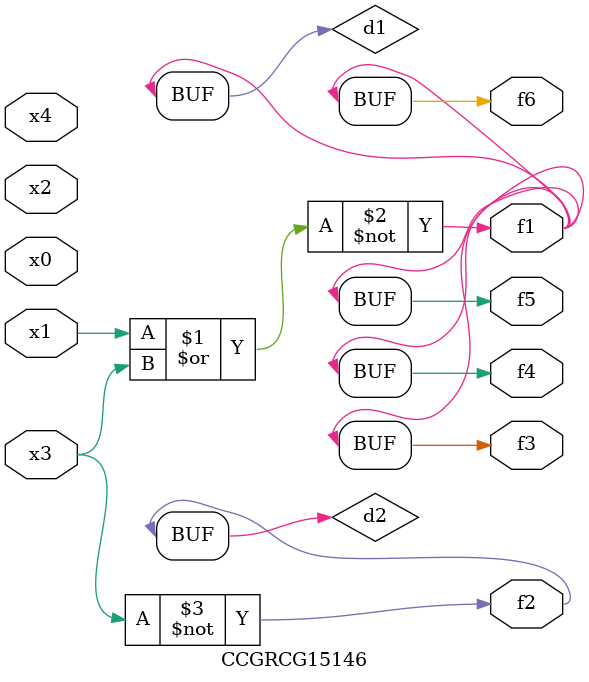
<source format=v>
module CCGRCG15146(
	input x0, x1, x2, x3, x4,
	output f1, f2, f3, f4, f5, f6
);

	wire d1, d2;

	nor (d1, x1, x3);
	not (d2, x3);
	assign f1 = d1;
	assign f2 = d2;
	assign f3 = d1;
	assign f4 = d1;
	assign f5 = d1;
	assign f6 = d1;
endmodule

</source>
